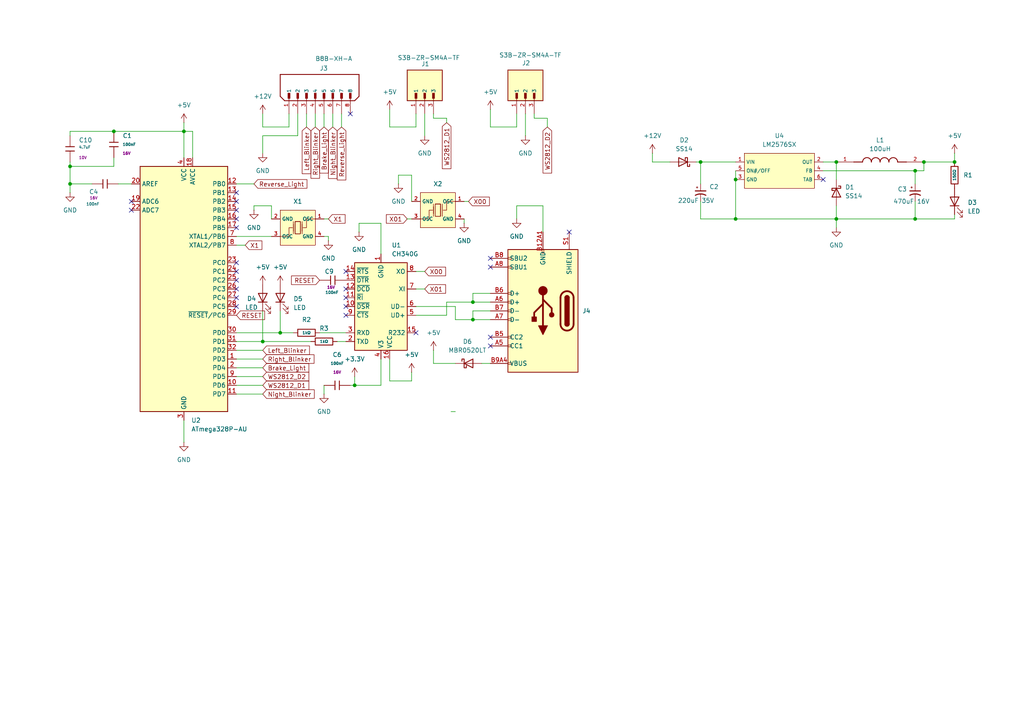
<source format=kicad_sch>
(kicad_sch (version 20250114) (generator "eeschema") (generator_version "9.0")
  (paper "A4")
  (lib_symbols
    (symbol "B82477G4472M000:B82477G4472M000" (pin_names (offset 1.016))
      (property "Reference" "L" (at -10.16 5.08 0))
      (property "Value" "B82477G4472M000" (at -10.16 -5.08 0))
      (symbol "B82477G4472M000_0_0"
        (pin passive line (at -12.7 0 0) (length 5.08) (name "~") (number "1"))
        (pin passive line (at 12.7 0 180) (length 5.08) (name "~") (number "2"))
      )
    )
    (symbol "CONN 8 B8B-XH-A:B8B-XH-A" (pin_names (offset 1.016))
      (property "Reference" "J" (at -2.54 13.97 0))
      (property "Value" "B8B-XH-A" (at -2.54 -12.7 0))
      (symbol "B8B-XH-A_0_0"
        (pin passive line (at -7.62 10.16 0) (length 5.08) (name "1") (number "1"))
        (pin passive line (at -7.62 7.62 0) (length 5.08) (name "2") (number "2"))
        (pin passive line (at -7.62 5.08 0) (length 5.08) (name "3") (number "3"))
        (pin passive line (at -7.62 2.54 0) (length 5.08) (name "4") (number "4"))
        (pin passive line (at -7.62 0 0) (length 5.08) (name "5") (number "5"))
        (pin passive line (at -7.62 -2.54 0) (length 5.08) (name "6") (number "6"))
        (pin passive line (at -7.62 -5.08 0) (length 5.08) (name "7") (number "7"))
        (pin passive line (at -7.62 -7.62 0) (length 5.08) (name "8") (number "8"))
      )
    )
    (symbol "Device:C_Polarized_Small_US" (pin_numbers (hide yes)) (pin_names (offset 0.254) (hide yes))
      (property "Reference" "C" (at 0.254 1.778 0))
      (property "Value" "C_Polarized_Small_US" (at 0.254 -2.032 0))
      (symbol "C_Polarized_Small_US_1_1"
        (pin passive line (at 0 2.54 270) (length 2.032) (name "~") (number "1"))
        (pin passive line (at 0 -2.54 90) (length 2.032) (name "~") (number "2"))
      )
    )
    (symbol "Device:LED" (pin_numbers (hide yes)) (pin_names (offset 1.016) (hide yes))
      (property "Reference" "D" (at 0 2.54 0))
      (property "Value" "LED" (at 0 -2.54 0))
      (symbol "LED_1_1"
        (pin passive line (at -3.81 0 0) (length 2.54) (name "K") (number "1"))
        (pin passive line (at 3.81 0 180) (length 2.54) (name "A") (number "2"))
      )
    )
    (symbol "Diode:MBR0520LT" (pin_numbers (hide yes)) (pin_names (offset 1.016) (hide yes))
      (property "Reference" "D" (at 0 2.54 0))
      (property "Value" "MBR0520LT" (at 0 -2.54 0))
      (symbol "MBR0520LT_1_1"
        (pin passive line (at -3.81 0 0) (length 2.54) (name "K") (number "1"))
        (pin passive line (at 3.81 0 180) (length 2.54) (name "A") (number "2"))
      )
    )
    (symbol "Diode:SS14" (pin_numbers (hide yes)) (pin_names (offset 1.016) (hide yes))
      (property "Reference" "D" (at 0 2.54 0))
      (property "Value" "SS14" (at 0 -2.54 0))
      (symbol "SS14_1_1"
        (pin passive line (at -3.81 0 0) (length 2.54) (name "K") (number "1"))
        (pin passive line (at 3.81 0 180) (length 2.54) (name "A") (number "2"))
      )
    )
    (symbol "PCM_JLCPCB-Capacitors:0402,100nF" (pin_numbers (hide yes)) (pin_names (offset 0))
      (property "Reference" "C" (at 2.032 1.668 0))
      (property "Value" "100nF" (at 2.032 -0.3782 0))
      (property "Voltage Rated" "16V" (at 2.032 -2.0462 0))
      (symbol "0402,100nF_1_1"
        (pin passive line (at 0 3.81 270) (length 3.175) (name "~") (number "1"))
        (pin passive line (at 0 -3.81 90) (length 3.175) (name "~") (number "2"))
      )
    )
    (symbol "PCM_JLCPCB-Capacitors:0402,4.7uF" (pin_numbers (hide yes)) (pin_names (offset 0))
      (property "Reference" "C" (at 2.032 1.668 0))
      (property "Value" "4.7uF" (at 2.032 -0.3782 0))
      (property "Voltage Rated" "10V" (at 2.032 -2.0462 0))
      (symbol "0402,4.7uF_1_1"
        (pin passive line (at 0 3.81 270) (length 3.175) (name "~") (number "1"))
        (pin passive line (at 0 -3.81 90) (length 3.175) (name "~") (number "2"))
      )
    )
    (symbol "PCM_JLCPCB-Crystals:Crystal, 16MHz, 9pF"
      (property "Reference" "X" (at 0 6.096 0))
      (symbol "Crystal, 16MHz, 9pF_0_1"
        (pin unspecified line (at -7.62 2.54 0) (length 2.54) (name "GND") (number "4"))
        (pin unspecified line (at 7.62 -2.54 180) (length 2.54) (name "GND") (number "2"))
      )
      (symbol "Crystal, 16MHz, 9pF_1_1"
        (pin unspecified line (at -7.62 -2.54 0) (length 2.54) (name "OSC") (number "1"))
        (pin unspecified line (at 7.62 2.54 180) (length 2.54) (name "OSC") (number "3"))
      )
    )
    (symbol "PCM_JLCPCB-Extended:Connector, USB-TYPE-C-16P"
      (property "Reference" "J" (at 2.54 2.54 0))
      (symbol "Connector, USB-TYPE-C-16P_1_1"
        (pin passive line (at -7.62 -22.86 90) (length 5.08) (name "SHIELD") (number "S1"))
        (pin passive line (at 0 -22.86 90) (length 5.08) (hide yes) (name "GND") (number "A12B1"))
        (pin passive line (at 0 -22.86 90) (length 5.08) (name "GND") (number "B12A1"))
        (pin passive line (at 15.24 15.24 180) (length 5.08) (hide yes) (name "VBUS") (number "A9B4"))
        (pin passive line (at 15.24 15.24 180) (length 5.08) (name "VBUS") (number "B9A4"))
        (pin bidirectional line (at 15.24 10.16 180) (length 5.08) (name "CC1") (number "A5"))
        (pin bidirectional line (at 15.24 7.62 180) (length 5.08) (name "CC2") (number "B5"))
        (pin bidirectional line (at 15.24 2.54 180) (length 5.08) (name "D-") (number "A7"))
        (pin bidirectional line (at 15.24 0 180) (length 5.08) (name "D-") (number "B7"))
        (pin bidirectional line (at 15.24 -2.54 180) (length 5.08) (name "D+") (number "A6"))
        (pin bidirectional line (at 15.24 -5.08 180) (length 5.08) (name "D+") (number "B6"))
        (pin bidirectional line (at 15.24 -12.7 180) (length 5.08) (name "SBU1") (number "A8"))
        (pin bidirectional line (at 15.24 -15.24 180) (length 5.08) (name "SBU2") (number "B8"))
      )
    )
    (symbol "PCM_JLCPCB-Extended:USB-Serial, CH340G"
      (property "Reference" "U" (at -5.08 13.97 0))
      (property "Value" "CH340G" (at 1.27 13.97 0))
      (symbol "USB-Serial, CH340G_1_1"
        (pin input line (at -10.16 7.62 0) (length 2.54) (name "R232") (number "15"))
        (pin bidirectional line (at -10.16 2.54 0) (length 2.54) (name "UD+") (number "5"))
        (pin bidirectional line (at -10.16 0 0) (length 2.54) (name "UD-") (number "6"))
        (pin input line (at -10.16 -5.08 0) (length 2.54) (name "XI") (number "7"))
        (pin output line (at -10.16 -10.16 0) (length 2.54) (name "XO") (number "8"))
        (pin power_in line (at -2.54 15.24 270) (length 2.54) (name "VCC") (number "16"))
        (pin power_out line (at 0 15.24 270) (length 2.54) (name "V3") (number "4"))
        (pin power_in line (at 0 -15.24 90) (length 2.54) (name "GND") (number "1"))
        (pin output line (at 10.16 10.16 180) (length 2.54) (name "TXD") (number "2"))
        (pin input line (at 10.16 7.62 180) (length 2.54) (name "RXD") (number "3"))
        (pin input line (at 10.16 2.54 180) (length 2.54) (name "~{CTS}") (number "9"))
        (pin input line (at 10.16 0 180) (length 2.54) (name "~{DSR}") (number "10"))
        (pin input line (at 10.16 -2.54 180) (length 2.54) (name "~{RI}") (number "11"))
        (pin input line (at 10.16 -5.08 180) (length 2.54) (name "~{DCD}") (number "12"))
        (pin output line (at 10.16 -7.62 180) (length 2.54) (name "~{DTR}") (number "13"))
        (pin output line (at 10.16 -10.16 180) (length 2.54) (name "~{RTS}") (number "14"))
      )
    )
    (symbol "PCM_JLCPCB-MCUs:ATmega328P-AU"
      (property "Reference" "U" (at -12.7 36.83 0))
      (property "Value" "ATmega328P-AU" (at 0 0 0))
      (symbol "ATmega328P-AU_1_1"
        (pin passive line (at -15.24 30.48 0) (length 2.54) (name "AREF") (number "20"))
        (pin input line (at -15.24 25.4 0) (length 2.54) (name "ADC6") (number "19"))
        (pin input line (at -15.24 22.86 0) (length 2.54) (name "ADC7") (number "22"))
        (pin power_in line (at 0 38.1 270) (length 2.54) (name "VCC") (number "4"))
        (pin passive line (at 0 38.1 270) (length 2.54) (hide yes) (name "VCC") (number "6"))
        (pin passive line (at 0 -38.1 90) (length 2.54) (hide yes) (name "GND") (number "21"))
        (pin power_in line (at 0 -38.1 90) (length 2.54) (name "GND") (number "3"))
        (pin passive line (at 0 -38.1 90) (length 2.54) (hide yes) (name "GND") (number "5"))
        (pin power_in line (at 2.54 38.1 270) (length 2.54) (name "AVCC") (number "18"))
        (pin bidirectional line (at 15.24 30.48 180) (length 2.54) (name "PB0") (number "12"))
        (pin bidirectional line (at 15.24 27.94 180) (length 2.54) (name "PB1") (number "13"))
        (pin bidirectional line (at 15.24 25.4 180) (length 2.54) (name "PB2") (number "14"))
        (pin bidirectional line (at 15.24 22.86 180) (length 2.54) (name "PB3") (number "15"))
        (pin bidirectional line (at 15.24 20.32 180) (length 2.54) (name "PB4") (number "16"))
        (pin bidirectional line (at 15.24 17.78 180) (length 2.54) (name "PB5") (number "17"))
        (pin bidirectional line (at 15.24 15.24 180) (length 2.54) (name "XTAL1/PB6") (number "7"))
        (pin bidirectional line (at 15.24 12.7 180) (length 2.54) (name "XTAL2/PB7") (number "8"))
        (pin bidirectional line (at 15.24 7.62 180) (length 2.54) (name "PC0") (number "23"))
        (pin bidirectional line (at 15.24 5.08 180) (length 2.54) (name "PC1") (number "24"))
        (pin bidirectional line (at 15.24 2.54 180) (length 2.54) (name "PC2") (number "25"))
        (pin bidirectional line (at 15.24 0 180) (length 2.54) (name "PC3") (number "26"))
        (pin bidirectional line (at 15.24 -2.54 180) (length 2.54) (name "PC4") (number "27"))
        (pin bidirectional line (at 15.24 -5.08 180) (length 2.54) (name "PC5") (number "28"))
        (pin bidirectional line (at 15.24 -7.62 180) (length 2.54) (name "~{RESET}/PC6") (number "29"))
        (pin bidirectional line (at 15.24 -12.7 180) (length 2.54) (name "PD0") (number "30"))
        (pin bidirectional line (at 15.24 -15.24 180) (length 2.54) (name "PD1") (number "31"))
        (pin bidirectional line (at 15.24 -17.78 180) (length 2.54) (name "PD2") (number "32"))
        (pin bidirectional line (at 15.24 -20.32 180) (length 2.54) (name "PD3") (number "1"))
        (pin bidirectional line (at 15.24 -22.86 180) (length 2.54) (name "PD4") (number "2"))
        (pin bidirectional line (at 15.24 -25.4 180) (length 2.54) (name "PD5") (number "9"))
        (pin bidirectional line (at 15.24 -27.94 180) (length 2.54) (name "PD6") (number "10"))
        (pin bidirectional line (at 15.24 -30.48 180) (length 2.54) (name "PD7") (number "11"))
      )
    )
    (symbol "PCM_JLCPCB-Power:DC-DC, Buck, 4-40VIN, 3A, 5VOUT, (1)"
      (property "Reference" "U" (at 0 1.27 0))
      (property "Value" "LM2576SX" (at 0 3.81 0))
      (symbol "DC-DC, Buck, 4-40VIN, 3A, 5VOUT, (1)_1_1"
        (pin power_in line (at -12.7 2.54 0) (length 2.56) (name "VIN") (number "1"))
        (pin unspecified line (at -12.7 0 0) (length 2.56) (name "ON#/OFF") (number "5"))
        (pin power_in line (at -12.7 -2.54 0) (length 2.56) (name "GND") (number "3"))
        (pin power_in line (at 12.7 2.54 180) (length 2.56) (name "OUT") (number "2"))
        (pin unspecified line (at 12.7 0 180) (length 2.56) (name "FB") (number "4"))
        (pin power_in line (at 12.7 -2.54 180) (length 2.56) (name "TAB") (number "6"))
      )
    )
    (symbol "PCM_JLCPCB-Resistors:0603,1kΩ" (pin_numbers (hide yes)) (pin_names (offset 0))
      (property "Reference" "R" (at 1.778 0 0))
      (property "Value" "1kΩ" (at 0 0 90))
      (symbol "0603,1kΩ_1_1"
        (pin passive line (at 0 3.81 270) (length 1.27) (name "~") (number "1"))
        (pin passive line (at 0 -3.81 90) (length 1.27) (name "~") (number "2"))
      )
    )
    (symbol "PCM_JLCPCB-Resistors:0805,150Ω" (pin_numbers (hide yes)) (pin_names (offset 0))
      (property "Reference" "R" (at 1.778 0 0))
      (property "Value" "150Ω" (at 0 0 90))
      (symbol "0805,150Ω_1_1"
        (pin passive line (at 0 3.81 270) (length 1.27) (name "~") (number "1"))
        (pin passive line (at 0 -3.81 90) (length 1.27) (name "~") (number "2"))
      )
    )
    (symbol "S3B-ZR-SM4A-TF:S3B-ZR-SM4A-TF" (pin_names (offset 1.016))
      (property "Reference" "J" (at -3.81 5.842 0))
      (property "Value" "S3B-ZR-SM4A-TF" (at -4.064 -7.62 0))
      (symbol "S3B-ZR-SM4A-TF_0_0"
        (pin passive line (at -7.62 2.54 0) (length 5.08) (name "1") (number "1"))
        (pin passive line (at -7.62 0 0) (length 5.08) (name "2") (number "2"))
        (pin passive line (at -7.62 -2.54 0) (length 5.08) (name "3") (number "3"))
      )
    )
    (symbol "power:+12V" (power) (pin_numbers (hide yes)) (pin_names (offset 0) (hide yes))
      (property "Value" "+12V" (at 0 3.556 0))
      (symbol "+12V_1_1"
        (pin power_in line (at 0 0 90) (length 0) (name "~") (number "1"))
      )
    )
    (symbol "power:+3.3V" (power) (pin_numbers (hide yes)) (pin_names (offset 0) (hide yes))
      (property "Value" "+3.3V" (at 0 3.556 0))
      (symbol "+3.3V_1_1"
        (pin power_in line (at 0 0 90) (length 0) (name "~") (number "1"))
      )
    )
    (symbol "power:+5V" (power) (pin_numbers (hide yes)) (pin_names (offset 0) (hide yes))
      (property "Value" "+5V" (at 0 3.556 0))
      (symbol "+5V_1_1"
        (pin power_in line (at 0 0 90) (length 0) (name "~") (number "1"))
      )
    )
    (symbol "power:GND" (power) (pin_numbers (hide yes)) (pin_names (offset 0) (hide yes))
      (property "Value" "GND" (at 0 -3.81 0))
      (symbol "GND_1_1"
        (pin power_in line (at 0 0 270) (length 0) (name "~") (number "1"))
      )
    )
  )
  (junction (at 213.36 52.07))
  (junction (at 81.28 96.52))
  (junction (at 265.43 63.5))
  (junction (at 203.2 46.99))
  (junction (at 276.86 46.99))
  (junction (at 76.2 99.06))
  (junction (at 102.87 111.76))
  (junction (at 265.43 49.53))
  (junction (at 267.97 46.99))
  (junction (at 242.57 63.5))
  (junction (at 213.36 63.5))
  (junction (at 20.32 48.26))
  (junction (at 137.16 92.71))
  (junction (at 33.02 38.1))
  (junction (at 137.16 87.63))
  (junction (at 242.57 46.99))
  (junction (at 20.32 53.34))
  (junction (at 53.34 38.1))
  (no_connect (at 68.58 55.88))
  (no_connect (at 238.76 52.07))
  (no_connect (at 38.1 60.96))
  (no_connect (at 120.65 96.52))
  (no_connect (at 101.6 33.02))
  (no_connect (at 100.33 83.82))
  (no_connect (at 100.33 88.9))
  (no_connect (at 68.58 86.36))
  (no_connect (at 68.58 83.82))
  (no_connect (at 165.1 67.31))
  (no_connect (at 142.24 77.47))
  (no_connect (at 68.58 88.9))
  (no_connect (at 142.24 100.33))
  (no_connect (at 142.24 74.93))
  (no_connect (at 38.1 58.42))
  (no_connect (at 68.58 78.74))
  (no_connect (at 100.33 86.36))
  (no_connect (at 68.58 60.96))
  (no_connect (at 68.58 66.04))
  (no_connect (at 68.58 58.42))
  (no_connect (at 68.58 63.5))
  (no_connect (at 68.58 81.28))
  (no_connect (at 100.33 91.44))
  (no_connect (at 68.58 76.2))
  (no_connect (at 142.24 97.79))
  (no_connect (at 100.33 78.74))
  (wire (pts (xy 119.38 50.8) (xy 115.57 50.8)))
  (wire (pts (xy 53.34 38.1) (xy 53.34 45.72)))
  (wire (pts (xy 68.58 114.3) (xy 76.2 114.3)))
  (wire (pts (xy 125.73 34.29) (xy 125.73 33.02)))
  (wire (pts (xy 81.28 90.17) (xy 81.28 96.52)))
  (wire (pts (xy 68.58 68.58) (xy 78.74 68.58)))
  (wire (pts (xy 96.52 33.02) (xy 96.52 36.83)))
  (wire (pts (xy 55.88 38.1) (xy 53.34 38.1)))
  (wire (pts (xy 93.98 111.76) (xy 93.98 114.3)))
  (wire (pts (xy 276.86 44.45) (xy 276.86 46.99)))
  (wire (pts (xy 81.28 96.52) (xy 85.09 96.52)))
  (wire (pts (xy 76.2 39.37) (xy 76.2 44.45)))
  (wire (pts (xy 68.58 104.14) (xy 76.2 104.14)))
  (wire (pts (xy 142.24 87.63) (xy 137.16 87.63)))
  (wire (pts (xy 134.62 63.5) (xy 134.62 64.77)))
  (wire (pts (xy 93.98 33.02) (xy 93.98 36.83)))
  (wire (pts (xy 137.16 90.17) (xy 137.16 92.71)))
  (wire (pts (xy 120.65 36.83) (xy 113.03 36.83)))
  (wire (pts (xy 119.38 110.49) (xy 119.38 107.95)))
  (wire (pts (xy 125.73 105.41) (xy 125.73 101.6)))
  (wire (pts (xy 137.16 92.71) (xy 142.24 92.71)))
  (wire (pts (xy 53.34 35.56) (xy 53.34 38.1)))
  (wire (pts (xy 78.74 63.5) (xy 78.74 59.69)))
  (wire (pts (xy 132.08 92.71) (xy 137.16 92.71)))
  (wire (pts (xy 157.48 59.69) (xy 149.86 59.69)))
  (wire (pts (xy 76.2 36.83) (xy 76.2 33.02)))
  (wire (pts (xy 134.62 58.42) (xy 135.89 58.42)))
  (wire (pts (xy 20.32 53.34) (xy 26.67 53.34)))
  (wire (pts (xy 97.79 99.06) (xy 100.33 99.06)))
  (wire (pts (xy 129.54 87.63) (xy 129.54 91.44)))
  (wire (pts (xy 158.75 36.83) (xy 158.75 34.29)))
  (wire (pts (xy 53.34 121.92) (xy 53.34 128.27)))
  (wire (pts (xy 132.08 119.38) (xy 130.81 119.38)))
  (wire (pts (xy 92.71 96.52) (xy 100.33 96.52)))
  (wire (pts (xy 93.98 68.58) (xy 95.25 68.58)))
  (wire (pts (xy 68.58 53.34) (xy 73.66 53.34)))
  (wire (pts (xy 91.44 33.02) (xy 91.44 36.83)))
  (wire (pts (xy 203.2 46.99) (xy 203.2 53.34)))
  (wire (pts (xy 104.14 64.77) (xy 104.14 67.31)))
  (wire (pts (xy 238.76 49.53) (xy 265.43 49.53)))
  (wire (pts (xy 149.86 59.69) (xy 149.86 63.5)))
  (wire (pts (xy 110.49 64.77) (xy 104.14 64.77)))
  (wire (pts (xy 242.57 63.5) (xy 242.57 66.04)))
  (wire (pts (xy 123.19 33.02) (xy 123.19 39.37)))
  (wire (pts (xy 20.32 38.1) (xy 33.02 38.1)))
  (wire (pts (xy 242.57 59.69) (xy 242.57 63.5)))
  (wire (pts (xy 34.29 53.34) (xy 38.1 53.34)))
  (wire (pts (xy 110.49 111.76) (xy 102.87 111.76)))
  (wire (pts (xy 102.87 109.22) (xy 102.87 111.76)))
  (wire (pts (xy 276.86 62.23) (xy 276.86 63.5)))
  (wire (pts (xy 213.36 63.5) (xy 203.2 63.5)))
  (wire (pts (xy 113.03 104.14) (xy 113.03 110.49)))
  (wire (pts (xy 137.16 85.09) (xy 137.16 87.63)))
  (wire (pts (xy 139.7 105.41) (xy 142.24 105.41)))
  (wire (pts (xy 142.24 85.09) (xy 137.16 85.09)))
  (wire (pts (xy 265.43 63.5) (xy 276.86 63.5)))
  (wire (pts (xy 78.74 59.69) (xy 73.66 59.69)))
  (wire (pts (xy 242.57 46.99) (xy 242.57 52.07)))
  (wire (pts (xy 265.43 58.42) (xy 265.43 63.5)))
  (wire (pts (xy 132.08 88.9) (xy 132.08 92.71)))
  (wire (pts (xy 20.32 53.34) (xy 20.32 55.88)))
  (wire (pts (xy 110.49 104.14) (xy 110.49 111.76)))
  (wire (pts (xy 113.03 36.83) (xy 113.03 31.75)))
  (wire (pts (xy 68.58 109.22) (xy 76.2 109.22)))
  (wire (pts (xy 242.57 63.5) (xy 213.36 63.5)))
  (wire (pts (xy 20.32 48.26) (xy 20.32 46.99)))
  (wire (pts (xy 149.86 36.83) (xy 142.24 36.83)))
  (wire (pts (xy 76.2 99.06) (xy 90.17 99.06)))
  (wire (pts (xy 129.54 91.44) (xy 120.65 91.44)))
  (wire (pts (xy 137.16 87.63) (xy 129.54 87.63)))
  (wire (pts (xy 68.58 106.68) (xy 76.2 106.68)))
  (wire (pts (xy 189.23 46.99) (xy 189.23 44.45)))
  (wire (pts (xy 203.2 46.99) (xy 213.36 46.99)))
  (wire (pts (xy 20.32 48.26) (xy 33.02 48.26)))
  (wire (pts (xy 115.57 50.8) (xy 115.57 53.34)))
  (wire (pts (xy 95.25 68.58) (xy 95.25 69.85)))
  (wire (pts (xy 20.32 39.37) (xy 20.32 38.1)))
  (wire (pts (xy 76.2 39.37) (xy 86.36 39.37)))
  (wire (pts (xy 83.82 33.02) (xy 83.82 36.83)))
  (wire (pts (xy 110.49 73.66) (xy 110.49 64.77)))
  (wire (pts (xy 20.32 48.26) (xy 20.32 53.34)))
  (wire (pts (xy 142.24 90.17) (xy 137.16 90.17)))
  (wire (pts (xy 213.36 52.07) (xy 213.36 63.5)))
  (wire (pts (xy 201.93 46.99) (xy 203.2 46.99)))
  (wire (pts (xy 113.03 110.49) (xy 119.38 110.49)))
  (wire (pts (xy 203.2 58.42) (xy 203.2 63.5)))
  (wire (pts (xy 267.97 46.99) (xy 276.86 46.99)))
  (wire (pts (xy 99.06 33.02) (xy 99.06 36.83)))
  (wire (pts (xy 267.97 46.99) (xy 267.97 49.53)))
  (wire (pts (xy 267.97 49.53) (xy 265.43 49.53)))
  (wire (pts (xy 213.36 49.53) (xy 213.36 52.07)))
  (wire (pts (xy 33.02 45.72) (xy 33.02 48.26)))
  (wire (pts (xy 83.82 36.83) (xy 76.2 36.83)))
  (wire (pts (xy 102.87 111.76) (xy 101.6 111.76)))
  (wire (pts (xy 129.54 34.29) (xy 125.73 34.29)))
  (wire (pts (xy 149.86 33.02) (xy 149.86 36.83)))
  (wire (pts (xy 142.24 36.83) (xy 142.24 31.75)))
  (wire (pts (xy 76.2 90.17) (xy 76.2 99.06)))
  (wire (pts (xy 68.58 71.12) (xy 71.12 71.12)))
  (wire (pts (xy 120.65 83.82) (xy 123.19 83.82)))
  (wire (pts (xy 194.31 46.99) (xy 189.23 46.99)))
  (wire (pts (xy 73.66 59.69) (xy 73.66 60.96)))
  (wire (pts (xy 86.36 39.37) (xy 86.36 33.02)))
  (wire (pts (xy 132.08 105.41) (xy 125.73 105.41)))
  (wire (pts (xy 93.98 63.5) (xy 95.25 63.5)))
  (wire (pts (xy 68.58 101.6) (xy 76.2 101.6)))
  (wire (pts (xy 157.48 67.31) (xy 157.48 59.69)))
  (wire (pts (xy 88.9 33.02) (xy 88.9 36.83)))
  (wire (pts (xy 33.02 38.1) (xy 53.34 38.1)))
  (wire (pts (xy 152.4 33.02) (xy 152.4 39.37)))
  (wire (pts (xy 120.65 33.02) (xy 120.65 36.83)))
  (wire (pts (xy 118.11 63.5) (xy 119.38 63.5)))
  (wire (pts (xy 158.75 34.29) (xy 154.94 34.29)))
  (wire (pts (xy 238.76 46.99) (xy 242.57 46.99)))
  (wire (pts (xy 120.65 78.74) (xy 123.19 78.74)))
  (wire (pts (xy 154.94 34.29) (xy 154.94 33.02)))
  (wire (pts (xy 55.88 45.72) (xy 55.88 38.1)))
  (wire (pts (xy 119.38 58.42) (xy 119.38 50.8)))
  (wire (pts (xy 242.57 63.5) (xy 265.43 63.5)))
  (wire (pts (xy 68.58 96.52) (xy 81.28 96.52)))
  (wire (pts (xy 68.58 99.06) (xy 76.2 99.06)))
  (wire (pts (xy 68.58 111.76) (xy 76.2 111.76)))
  (wire (pts (xy 265.43 49.53) (xy 265.43 53.34)))
  (wire (pts (xy 129.54 35.56) (xy 129.54 34.29)))
  (wire (pts (xy 120.65 88.9) (xy 132.08 88.9)))
  (global_label "Brake_Light" (shape input) (at 93.98 36.83 270) (property "Intersheetrefs" "${INTERSHEET_REFS}" (effects (hide yes))))
  (global_label "RESET" (shape input) (at 92.71 81.28 180) (property "Intersheetrefs" "${INTERSHEET_REFS}" (effects (hide yes))))
  (global_label "Left_Blinker" (shape input) (at 88.9 36.83 270) (property "Intersheetrefs" "${INTERSHEET_REFS}" (effects (hide yes))))
  (global_label "WS2812_D2" (shape input) (at 76.2 109.22 0) (property "Intersheetrefs" "${INTERSHEET_REFS}" (effects (hide yes))))
  (global_label "X1" (shape input) (at 71.12 71.12 0) (property "Intersheetrefs" "${INTERSHEET_REFS}" (effects (hide yes))))
  (global_label "Left_Blinker" (shape input) (at 76.2 101.6 0) (property "Intersheetrefs" "${INTERSHEET_REFS}" (effects (hide yes))))
  (global_label "X01" (shape input) (at 123.19 83.82 0) (property "Intersheetrefs" "${INTERSHEET_REFS}" (effects (hide yes))))
  (global_label "WS2812_D1" (shape input) (at 129.54 35.56 270) (property "Intersheetrefs" "${INTERSHEET_REFS}" (effects (hide yes))))
  (global_label "X00" (shape input) (at 135.89 58.42 0) (property "Intersheetrefs" "${INTERSHEET_REFS}" (effects (hide yes))))
  (global_label "Right_Blinker" (shape input) (at 76.2 104.14 0) (property "Intersheetrefs" "${INTERSHEET_REFS}" (effects (hide yes))))
  (global_label "WS2812_D1" (shape input) (at 76.2 111.76 0) (property "Intersheetrefs" "${INTERSHEET_REFS}" (effects (hide yes))))
  (global_label "Reverse_Light" (shape input) (at 73.66 53.34 0) (property "Intersheetrefs" "${INTERSHEET_REFS}" (effects (hide yes))))
  (global_label "Brake_Light" (shape input) (at 76.2 106.68 0) (property "Intersheetrefs" "${INTERSHEET_REFS}" (effects (hide yes))))
  (global_label "X01" (shape input) (at 118.11 63.5 180) (property "Intersheetrefs" "${INTERSHEET_REFS}" (effects (hide yes))))
  (global_label "X1" (shape input) (at 95.25 63.5 0) (property "Intersheetrefs" "${INTERSHEET_REFS}" (effects (hide yes))))
  (global_label "Right_Blinker" (shape input) (at 91.44 36.83 270) (property "Intersheetrefs" "${INTERSHEET_REFS}" (effects (hide yes))))
  (global_label "WS2812_D2" (shape input) (at 158.75 36.83 270) (property "Intersheetrefs" "${INTERSHEET_REFS}" (effects (hide yes))))
  (global_label "Night_Blinker" (shape input) (at 96.52 36.83 270) (property "Intersheetrefs" "${INTERSHEET_REFS}" (effects (hide yes))))
  (global_label "X00" (shape input) (at 123.19 78.74 0) (property "Intersheetrefs" "${INTERSHEET_REFS}" (effects (hide yes))))
  (global_label "Night_Blinker" (shape input) (at 76.2 114.3 0) (property "Intersheetrefs" "${INTERSHEET_REFS}" (effects (hide yes))))
  (global_label "RESET" (shape input) (at 68.58 91.44 0) (property "Intersheetrefs" "${INTERSHEET_REFS}" (effects (hide yes))))
  (global_label "Reverse_Light" (shape input) (at 99.06 36.83 270) (property "Intersheetrefs" "${INTERSHEET_REFS}" (effects (hide yes))))
  (symbol (lib_id "power:+5V") (at 142.24 31.75 0) (unit 1)
    (property "Reference" "#PWR04" (effects (hide yes)))
    (property "Value" "+5V" (at 142.24 26.67 0))
    (property "Description" "Power symbol creates a global label with name \"+5V\"" (effects (hide yes)))
  )
  (symbol (lib_id "PCM_JLCPCB-Resistors:0805,150Ω") (at 276.86 50.8 0) (unit 1)
    (property "Reference" "R1" (at 279.4 50.7999 0) (effects (justify left)))
    (property "Value" "150Ω" (at 276.86 50.8 90) (effects (font (size 0.8 0.8))))
    (property "Footprint" "PCM_JLCPCB:R_0805" (effects (hide yes)))
    (property "Datasheet" "https://www.lcsc.com/datasheet/lcsc_datasheet_2206010216_UNI-ROYAL-Uniroyal-Elec-0805W8F1500T5E_C17471.pdf" (effects (hide yes)))
    (property "Description" "125mW Thick Film Resistors 150V ±100ppm/°C ±1% 150Ω 0805 Chip Resistor - Surface Mount ROHS" (effects (hide yes)))
    (property "LCSC" "C17471" (effects (hide yes)))
    (property "Stock" "290540" (effects (hide yes)))
    (property "Price" "0.005USD" (effects (hide yes)))
    (property "Process" "SMT" (effects (hide yes)))
    (property "Minimum Qty" "20" (effects (hide yes)))
    (property "Attrition Qty" "10" (effects (hide yes)))
    (property "Class" "Basic Component" (effects (hide yes)))
    (property "Category" "Resistors,Chip Resistor - Surface Mount" (effects (hide yes)))
    (property "Manufacturer" "UNI-ROYAL(Uniroyal Elec)" (effects (hide yes)))
    (property "Part" "0805W8F1500T5E" (effects (hide yes)))
    (property "Resistance" "150Ω" (effects (hide yes)))
    (property "Power(Watts)" "125mW" (effects (hide yes)))
    (property "Type" "Thick Film Resistors" (effects (hide yes)))
    (property "Overload Voltage (Max)" "150V" (effects (hide yes)))
    (property "Operating Temperature Range" "-55°C~+155°C" (effects (hide yes)))
    (property "Tolerance" "±1%" (effects (hide yes)))
    (property "Temperature Coefficient" "±100ppm/°C" (effects (hide yes)))
  )
  (symbol (lib_id "PCM_JLCPCB-MCUs:ATmega328P-AU") (at 53.34 83.82 0) (unit 1)
    (property "Reference" "U2" (at 55.4833 121.92 0) (effects (justify left)))
    (property "Value" "ATmega328P-AU" (at 55.4833 124.46 0) (effects (justify left)))
    (property "Footprint" "PCM_JLCPCB:TQFP-32_7x7mm_P0.8mm" (effects (hide yes)))
    (property "Datasheet" "https://ww1.microchip.com/downloads/en/DeviceDoc/ATmega48A-PA-88A-PA-168A-PA-328-P-DS-DS40002061B.pdf" (effects (hide yes)))
    (property "Description" "8Bit, 20MHz, 32kB Flash, 2kB RAM, 1.8-5.5V" (effects (hide yes)))
    (property "LCSC" "C14877" (effects (hide yes)))
    (property "Price" "2.153USD" (effects (hide yes)))
    (property "Stock" "48553" (effects (hide yes)))
    (property "Process" "SMT" (effects (hide yes)))
    (property "Minimum Qty" "1" (effects (hide yes)))
    (property "Attrition Qty" "0" (effects (hide yes)))
    (property "Class" "Preferred Component" (effects (hide yes)))
    (property "Category" "Embedded Processors & Controllers,ATMEL & AVR" (effects (hide yes)))
    (property "Manufacturer" "Microchip Tech" (effects (hide yes)))
    (property "Part" "ATMEGA328P-AU" (effects (hide yes)))
    (property "Adc (Bit)" "10bit" (effects (hide yes)))
    (property "Watchdog" "Yes" (effects (hide yes)))
    (property "Program Storage Size" "32KB" (effects (hide yes)))
    (property "Cpu Maximum Speed" "20MHz" (effects (hide yes)))
    (property "Eeprom" "1KB" (effects (hide yes)))
    (property "Gpio Ports Number" "23" (effects (hide yes)))
    (property "Internal Oscillator" "Yes" (effects (hide yes)))
    (property "Operating Temperature Range" "-40°C~+85°C" (effects (hide yes)))
    (property "Ram Size" "2KB" (effects (hide yes)))
    (property "Low-Voltage Detect" "Yes" (effects (hide yes)))
    (property "Operating Voltage Range" "1.8V~5.5V" (effects (hide yes)))
    (property "Cpu Core" "AVR" (effects (hide yes)))
    (property "Peripheral/Function" "PWM;WDT" (effects (hide yes)))
    (property "Program Memory Type" "FLASH" (effects (hide yes)))
    (property "Low Voltage Detection Threshold" "1.8V~5.5V" (effects (hide yes)))
  )
  (symbol (lib_id "PCM_JLCPCB-Resistors:0603,1kΩ") (at 88.9 96.52 90) (unit 1)
    (property "Reference" "R2" (at 88.9 92.71 90))
    (property "Value" "1kΩ" (at 88.9 96.52 90) (effects (font (size 0.8 0.8))))
    (property "Footprint" "PCM_JLCPCB:R_0603" (effects (hide yes)))
    (property "Datasheet" "https://www.lcsc.com/datasheet/lcsc_datasheet_2206010130_UNI-ROYAL-Uniroyal-Elec-0603WAF1001T5E_C21190.pdf" (effects (hide yes)))
    (property "Description" "100mW Thick Film Resistors 75V ±100ppm/°C ±1% 1kΩ 0603 Chip Resistor - Surface Mount ROHS" (effects (hide yes)))
    (property "LCSC" "C21190" (effects (hide yes)))
    (property "Stock" "27538425" (effects (hide yes)))
    (property "Price" "0.004USD" (effects (hide yes)))
    (property "Process" "SMT" (effects (hide yes)))
    (property "Minimum Qty" "20" (effects (hide yes)))
    (property "Attrition Qty" "10" (effects (hide yes)))
    (property "Class" "Basic Component" (effects (hide yes)))
    (property "Category" "Resistors,Chip Resistor - Surface Mount" (effects (hide yes)))
    (property "Manufacturer" "UNI-ROYAL(Uniroyal Elec)" (effects (hide yes)))
    (property "Part" "0603WAF1001T5E" (effects (hide yes)))
    (property "Resistance" "1kΩ" (effects (hide yes)))
    (property "Power(Watts)" "100mW" (effects (hide yes)))
    (property "Type" "Thick Film Resistors" (effects (hide yes)))
    (property "Overload Voltage (Max)" "75V" (effects (hide yes)))
    (property "Operating Temperature Range" "-55°C~+155°C" (effects (hide yes)))
    (property "Tolerance" "±1%" (effects (hide yes)))
    (property "Temperature Coefficient" "±100ppm/°C" (effects (hide yes)))
  )
  (symbol (lib_id "power:GND") (at 242.57 66.04 0) (unit 1)
    (property "Reference" "#PWR026" (effects (hide yes)))
    (property "Value" "GND" (at 242.57 71.12 0))
    (property "Description" "Power symbol creates a global label with name \"GND\" , ground" (effects (hide yes)))
  )
  (symbol (lib_id "PCM_JLCPCB-Crystals:Crystal, 16MHz, 9pF") (at 86.36 66.04 180) (unit 1)
    (property "Reference" "X1" (at 86.36 58.42 0))
    (property "Value" "X322516MLB4SI" (effects (hide yes)))
    (property "Footprint" "PCM_JLCPCB:OSC-SMD_4P-L3.2-W2.5-BL" (effects (hide yes)))
    (property "Datasheet" "https://www.lcsc.com/datasheet/lcsc_datasheet_2403291504_YXC-Crystal-Oscillators-X322516MLB4SI_C13738.pdf" (effects (hide yes)))
    (property "Description" "16MHz Surface Mount Crystal 9pF ±10ppm ±20ppm SMD3225-4P Crystals ROHS" (effects (hide yes)))
    (property "LCSC" "C13738" (effects (hide yes)))
    (property "Stock" "162087" (effects (hide yes)))
    (property "Price" "0.068USD" (effects (hide yes)))
    (property "Process" "SMT" (effects (hide yes)))
    (property "Minimum Qty" "5" (effects (hide yes)))
    (property "Attrition Qty" "4" (effects (hide yes)))
    (property "Class" "Basic Component" (effects (hide yes)))
    (property "Category" "Crystals/Oscillators/Resonators,Crystals" (effects (hide yes)))
    (property "Manufacturer" "Yangxing Tech" (effects (hide yes)))
    (property "Part" "X322516MLB4SI" (effects (hide yes)))
    (property "Frequency" "16MHz" (effects (hide yes)))
    (property "Frequency Stability" "±20ppm" (effects (hide yes)))
    (property "Operating Temperature" "-40°C~+85°C" (effects (hide yes)))
    (property "Frequency Tolerance" "±10ppm" (effects (hide yes)))
    (property "Crystal Type" "SMD Crystal Resonator" (effects (hide yes)))
    (property "Load Capacitance" "9pF" (effects (hide yes)))
    (property "Normal Temperature Frequency Tolerance" "±10ppm" (effects (hide yes)))
    (property "Type" "Surface Mount Crystal" (effects (hide yes)))
  )
  (symbol (lib_id "PCM_JLCPCB-Capacitors:0402,100nF") (at 33.02 41.91 0) (unit 1)
    (property "Reference" "C1" (at 35.56 39.3699 0) (effects (justify left)))
    (property "Value" "100nF" (at 35.56 41.91 0) (effects (font (size 0.8 0.8)) (justify left)))
    (property "Footprint" "PCM_JLCPCB:C_0402" (effects (hide yes)))
    (property "Datasheet" "https://www.lcsc.com/datasheet/lcsc_datasheet_2304140030_Samsung-Electro-Mechanics-CL05B104KO5NNNC_C1525.pdf" (effects (hide yes)))
    (property "Description" "16V 100nF X7R ±10% 0402 Multilayer Ceramic Capacitors MLCC - SMD/SMT ROHS" (effects (hide yes)))
    (property "LCSC" "C1525" (effects (hide yes)))
    (property "Stock" "20208285" (effects (hide yes)))
    (property "Price" "0.004USD" (effects (hide yes)))
    (property "Process" "SMT" (effects (hide yes)))
    (property "Minimum Qty" "20" (effects (hide yes)))
    (property "Attrition Qty" "10" (effects (hide yes)))
    (property "Class" "Basic Component" (effects (hide yes)))
    (property "Category" "Capacitors,Multilayer Ceramic Capacitors MLCC - SMD/SMT" (effects (hide yes)))
    (property "Manufacturer" "Samsung Electro-Mechanics" (effects (hide yes)))
    (property "Part" "CL05B104KO5NNNC" (effects (hide yes)))
    (property "Voltage Rated" "16V" (at 35.56 44.45 0) (effects (font (size 0.8 0.8)) (justify left)))
    (property "Tolerance" "±10%" (effects (hide yes)))
    (property "Capacitance" "100nF" (effects (hide yes)))
    (property "Temperature Coefficient" "X7R" (effects (hide yes)))
  )
  (symbol (lib_id "Diode:SS14") (at 242.57 55.88 270) (unit 1)
    (property "Reference" "D1" (at 245.11 54.2924 90) (effects (justify left)))
    (property "Value" "SS14" (at 245.11 56.8324 90) (effects (justify left)))
    (property "Footprint" "Diode_SMD:D_SMA" (effects (hide yes)))
    (property "Datasheet" "https://www.vishay.com/docs/88746/ss12.pdf" (effects (hide yes)))
    (property "Description" "40V 1A Schottky Diode, SMA" (effects (hide yes)))
  )
  (symbol (lib_id "Diode:SS14") (at 198.12 46.99 180) (unit 1)
    (property "Reference" "D2" (at 198.4375 40.64 0))
    (property "Value" "SS14" (at 198.4375 43.18 0))
    (property "Footprint" "Diode_SMD:D_SMA" (effects (hide yes)))
    (property "Datasheet" "https://www.vishay.com/docs/88746/ss12.pdf" (effects (hide yes)))
    (property "Description" "40V 1A Schottky Diode, SMA" (effects (hide yes)))
  )
  (symbol (lib_id "Device:LED") (at 81.28 86.36 90) (unit 1)
    (property "Reference" "D5" (at 85.09 86.6774 90) (effects (justify right)))
    (property "Value" "LED" (at 85.09 89.2174 90) (effects (justify right)))
    (property "Footprint" "LED_SMD:LED_0603_1608Metric" (effects (hide yes)))
    (property "Description" "Light emitting diode" (effects (hide yes)))
    (property "Sim.Pins" "1=K 2=A" (effects (hide yes)))
  )
  (symbol (lib_id "power:+5V") (at 125.73 101.6 0) (unit 1)
    (property "Reference" "#PWR021" (effects (hide yes)))
    (property "Value" "+5V" (at 125.73 96.52 0))
    (property "Description" "Power symbol creates a global label with name \"+5V\"" (effects (hide yes)))
  )
  (symbol (lib_id "power:GND") (at 95.25 69.85 0) (unit 1)
    (property "Reference" "#PWR010" (effects (hide yes)))
    (property "Value" "GND" (at 95.25 74.93 0))
    (property "Description" "Power symbol creates a global label with name \"GND\" , ground" (effects (hide yes)))
  )
  (symbol (lib_id "power:+5V") (at 76.2 82.55 0) (unit 1)
    (property "Reference" "#PWR013" (effects (hide yes)))
    (property "Value" "+5V" (at 76.2 77.47 0))
    (property "Description" "Power symbol creates a global label with name \"+5V\"" (effects (hide yes)))
  )
  (symbol (lib_id "power:+5V") (at 113.03 31.75 0) (unit 1)
    (property "Reference" "#PWR03" (effects (hide yes)))
    (property "Value" "+5V" (at 113.03 26.67 0))
    (property "Description" "Power symbol creates a global label with name \"+5V\"" (effects (hide yes)))
  )
  (symbol (lib_id "PCM_JLCPCB-Resistors:0603,1kΩ") (at 93.98 99.06 90) (unit 1)
    (property "Reference" "R3" (at 93.98 95.25 90))
    (property "Value" "1kΩ" (at 93.98 99.06 90) (effects (font (size 0.8 0.8))))
    (property "Footprint" "PCM_JLCPCB:R_0603" (effects (hide yes)))
    (property "Datasheet" "https://www.lcsc.com/datasheet/lcsc_datasheet_2206010130_UNI-ROYAL-Uniroyal-Elec-0603WAF1001T5E_C21190.pdf" (effects (hide yes)))
    (property "Description" "100mW Thick Film Resistors 75V ±100ppm/°C ±1% 1kΩ 0603 Chip Resistor - Surface Mount ROHS" (effects (hide yes)))
    (property "LCSC" "C21190" (effects (hide yes)))
    (property "Stock" "27538425" (effects (hide yes)))
    (property "Price" "0.004USD" (effects (hide yes)))
    (property "Process" "SMT" (effects (hide yes)))
    (property "Minimum Qty" "20" (effects (hide yes)))
    (property "Attrition Qty" "10" (effects (hide yes)))
    (property "Class" "Basic Component" (effects (hide yes)))
    (property "Category" "Resistors,Chip Resistor - Surface Mount" (effects (hide yes)))
    (property "Manufacturer" "UNI-ROYAL(Uniroyal Elec)" (effects (hide yes)))
    (property "Part" "0603WAF1001T5E" (effects (hide yes)))
    (property "Resistance" "1kΩ" (effects (hide yes)))
    (property "Power(Watts)" "100mW" (effects (hide yes)))
    (property "Type" "Thick Film Resistors" (effects (hide yes)))
    (property "Overload Voltage (Max)" "75V" (effects (hide yes)))
    (property "Operating Temperature Range" "-55°C~+155°C" (effects (hide yes)))
    (property "Tolerance" "±1%" (effects (hide yes)))
    (property "Temperature Coefficient" "±100ppm/°C" (effects (hide yes)))
  )
  (symbol (lib_id "B82477G4472M000:B82477G4472M000") (at 255.27 46.99 0) (unit 1)
    (property "Reference" "L1" (at 255.27 40.64 0))
    (property "Value" "100uH" (at 255.27 43.18 0))
    (property "Footprint" "B82477G4472M000:IND_B82477G4472M000" (effects (hide yes)))
    (property "DigiKey_Part_Number" "495-1821-1-ND" (effects (hide yes)))
    (property "SnapEDA_Link" "https://www.snapeda.com/parts/B82477G4472M000/EPCOS/view-part/?ref=snap" (effects (hide yes)))
    (property "MAXIMUM_PACKAGE_HEIGHT" "8.0 mm" (effects (hide yes)))
    (property "Package" "NON STANDARD-2 EPCOS" (effects (hide yes)))
    (property "Check_prices" "https://www.snapeda.com/parts/B82477G4472M000/EPCOS/view-part/?ref=eda" (effects (hide yes)))
    (property "STANDARD" "Manufacturer Recommendations" (effects (hide yes)))
    (property "PARTREV" "2018-10" (effects (hide yes)))
    (property "MF" "EPCOS" (effects (hide yes)))
    (property "MP" "B82477G4472M000" (effects (hide yes)))
    (property "Description_1" "Inductors from EPCOS include SMT Inductors, SMT Power Inductors, Transponder Coils, ISDN Transformers, xDSL Transformers, DC/DC Converters, RF Transformers and SMT Current Sense Transformers." (effects (hide yes)))
    (property "MANUFACTURER" "TDK" (effects (hide yes)))
  )
  (symbol (lib_id "S3B-ZR-SM4A-TF:S3B-ZR-SM4A-TF") (at 152.4 25.4 90) (unit 1)
    (property "Reference" "J2" (at 151.384 18.288 90) (effects (justify right)))
    (property "Value" "S3B-ZR-SM4A-TF" (at 144.78 16.002 90) (effects (justify right)))
    (property "Footprint" "S3B-ZR-SM4A-TF:JST_S3B-ZR-SM4A-TF" (effects (hide yes)))
    (property "MF" "JST Sales" (effects (hide yes)))
    (property "MAXIMUM_PACKAGE_HEIGHT" "3.7 mm" (effects (hide yes)))
    (property "Package" "None" (effects (hide yes)))
    (property "Price" "None" (effects (hide yes)))
    (property "Check_prices" "https://www.snapeda.com/parts/S3B-ZR-SM4A-TF/JST/view-part/?ref=eda" (effects (hide yes)))
    (property "STANDARD" "Manufacturer Recommendations" (effects (hide yes)))
    (property "PARTREV" "NA" (effects (hide yes)))
    (property "SnapEDA_Link" "https://www.snapeda.com/parts/S3B-ZR-SM4A-TF/JST/view-part/?ref=snap" (effects (hide yes)))
    (property "MP" "S3B-ZR-SM4A-TF" (effects (hide yes)))
    (property "Purchase-URL" "https://www.snapeda.com/api/url_track_click_mouser/?unipart_id=622346&manufacturer=JST Sales&part_name=S3B-ZR-SM4A-TF&search_term=3pins jst" (effects (hide yes)))
    (property "Description_1" "Connector Header Surface Mount, Right Angle 3 position 0.059 (1.50mm)" (effects (hide yes)))
    (property "Availability" "In Stock" (effects (hide yes)))
    (property "MANUFACTURER" "JST Sales" (effects (hide yes)))
  )
  (symbol (lib_id "power:GND") (at 104.14 67.31 0) (unit 1)
    (property "Reference" "#PWR014" (effects (hide yes)))
    (property "Value" "GND" (at 104.14 72.39 0))
    (property "Description" "Power symbol creates a global label with name \"GND\" , ground" (effects (hide yes)))
  )
  (symbol (lib_id "S3B-ZR-SM4A-TF:S3B-ZR-SM4A-TF") (at 123.19 25.4 90) (unit 1)
    (property "Reference" "J1" (at 122.174 18.542 90) (effects (justify right)))
    (property "Value" "S3B-ZR-SM4A-TF" (at 115.316 16.764 90) (effects (justify right)))
    (property "Footprint" "S3B-ZR-SM4A-TF:JST_S3B-ZR-SM4A-TF" (effects (hide yes)))
    (property "MF" "JST Sales" (effects (hide yes)))
    (property "MAXIMUM_PACKAGE_HEIGHT" "3.7 mm" (effects (hide yes)))
    (property "Package" "None" (effects (hide yes)))
    (property "Price" "None" (effects (hide yes)))
    (property "Check_prices" "https://www.snapeda.com/parts/S3B-ZR-SM4A-TF/JST/view-part/?ref=eda" (effects (hide yes)))
    (property "STANDARD" "Manufacturer Recommendations" (effects (hide yes)))
    (property "PARTREV" "NA" (effects (hide yes)))
    (property "SnapEDA_Link" "https://www.snapeda.com/parts/S3B-ZR-SM4A-TF/JST/view-part/?ref=snap" (effects (hide yes)))
    (property "MP" "S3B-ZR-SM4A-TF" (effects (hide yes)))
    (property "Purchase-URL" "https://www.snapeda.com/api/url_track_click_mouser/?unipart_id=622346&manufacturer=JST Sales&part_name=S3B-ZR-SM4A-TF&search_term=3pins jst" (effects (hide yes)))
    (property "Description_1" "Connector Header Surface Mount, Right Angle 3 position 0.059 (1.50mm)" (effects (hide yes)))
    (property "Availability" "In Stock" (effects (hide yes)))
    (property "MANUFACTURER" "JST Sales" (effects (hide yes)))
  )
  (symbol (lib_id "power:+5V") (at 81.28 82.55 0) (unit 1)
    (property "Reference" "#PWR012" (effects (hide yes)))
    (property "Value" "+5V" (at 81.28 77.47 0))
    (property "Description" "Power symbol creates a global label with name \"+5V\"" (effects (hide yes)))
  )
  (symbol (lib_id "power:+12V") (at 76.2 33.02 0) (unit 1)
    (property "Reference" "#PWR08" (effects (hide yes)))
    (property "Value" "+12V" (at 76.2 27.94 0))
    (property "Description" "Power symbol creates a global label with name \"+12V\"" (effects (hide yes)))
  )
  (symbol (lib_id "power:GND") (at 149.86 63.5 0) (unit 1)
    (property "Reference" "#PWR019" (effects (hide yes)))
    (property "Value" "GND" (at 149.86 68.58 0))
    (property "Description" "Power symbol creates a global label with name \"GND\" , ground" (effects (hide yes)))
  )
  (symbol (lib_id "power:+3.3V") (at 102.87 109.22 0) (unit 1)
    (property "Reference" "#PWR016" (effects (hide yes)))
    (property "Value" "+3.3V" (at 102.87 104.14 0))
    (property "Description" "Power symbol creates a global label with name \"+3.3V\"" (effects (hide yes)))
  )
  (symbol (lib_id "power:+5V") (at 276.86 44.45 0) (unit 1)
    (property "Reference" "#PWR025" (effects (hide yes)))
    (property "Value" "+5V" (at 276.86 39.37 0))
    (property "Description" "Power symbol creates a global label with name \"+5V\"" (effects (hide yes)))
  )
  (symbol (lib_id "Device:C_Polarized_Small_US") (at 203.2 55.88 0) (unit 1)
    (property "Reference" "C2" (at 205.74 54.1781 0) (effects (justify left)))
    (property "Value" "220uF 35V" (at 196.596 58.166 0) (effects (justify left)))
    (property "Footprint" "Capacitor_SMD:CP_Elec_10x10" (effects (hide yes)))
    (property "Description" "Polarized capacitor, small US symbol" (effects (hide yes)))
  )
  (symbol (lib_id "power:GND") (at 134.62 64.77 0) (unit 1)
    (property "Reference" "#PWR023" (effects (hide yes)))
    (property "Value" "GND" (at 134.62 69.85 0))
    (property "Description" "Power symbol creates a global label with name \"GND\" , ground" (effects (hide yes)))
  )
  (symbol (lib_id "power:GND") (at 53.34 128.27 0) (unit 1)
    (property "Reference" "#PWR02" (effects (hide yes)))
    (property "Value" "GND" (at 53.34 133.35 0))
    (property "Description" "Power symbol creates a global label with name \"GND\" , ground" (effects (hide yes)))
  )
  (symbol (lib_id "CONN 8 B8B-XH-A:B8B-XH-A") (at 93.98 25.4 90) (unit 1)
    (property "Reference" "J3" (at 92.71 19.812 90) (effects (justify right)))
    (property "Value" "B8B-XH-A" (at 91.44 17.018 90) (effects (justify right)))
    (property "Footprint" "JST XH:CONN 8 JST_B8B-XH-A" (effects (hide yes)))
    (property "MF" "JST" (effects (hide yes)))
    (property "MAXIMUM_PACKAGE_HEIGHT" "7.00 mm" (effects (hide yes)))
    (property "Package" "None" (effects (hide yes)))
    (property "Price" "None" (effects (hide yes)))
    (property "Check_prices" "https://www.snapeda.com/parts/B8BXHA/JST/view-part/?ref=eda" (effects (hide yes)))
    (property "STANDARD" "Manufacturer Recommendations" (effects (hide yes)))
    (property "PARTREV" "7/4/21" (effects (hide yes)))
    (property "SnapEDA_Link" "https://www.snapeda.com/parts/B8BXHA/JST/view-part/?ref=snap" (effects (hide yes)))
    (property "MP" "B8BXHA" (effects (hide yes)))
    (property "Description_1" "Wire-board; socket; male; XH; 2.5mm; PIN: 8; THT; 250V; 3A; -25÷85°C" (effects (hide yes)))
    (property "Availability" "In Stock" (effects (hide yes)))
    (property "MANUFACTURER" "JST" (effects (hide yes)))
  )
  (symbol (lib_id "power:GND") (at 152.4 39.37 0) (unit 1)
    (property "Reference" "#PWR06" (effects (hide yes)))
    (property "Value" "GND" (at 152.4 44.45 0))
    (property "Description" "Power symbol creates a global label with name \"GND\" , ground" (effects (hide yes)))
  )
  (symbol (lib_id "PCM_JLCPCB-Capacitors:0402,4.7uF") (at 20.32 43.18 0) (unit 1)
    (property "Reference" "C10" (at 22.86 40.6399 0) (effects (justify left)))
    (property "Value" "4.7uF" (at 22.86 42.672 0) (effects (font (size 0.8 0.8)) (justify left)))
    (property "Footprint" "PCM_JLCPCB:C_0402" (effects (hide yes)))
    (property "Datasheet" "https://www.lcsc.com/datasheet/lcsc_datasheet_2304140030_Samsung-Electro-Mechanics-CL05A475MP5NRNC_C23733.pdf" (effects (hide yes)))
    (property "Description" "10V 4.7uF X5R ±20% 0402 Multilayer Ceramic Capacitors MLCC - SMD/SMT ROHS" (effects (hide yes)))
    (property "LCSC" "C23733" (effects (hide yes)))
    (property "Stock" "4366811" (effects (hide yes)))
    (property "Price" "0.008USD" (effects (hide yes)))
    (property "Process" "SMT" (effects (hide yes)))
    (property "Minimum Qty" "20" (effects (hide yes)))
    (property "Attrition Qty" "10" (effects (hide yes)))
    (property "Class" "Basic Component" (effects (hide yes)))
    (property "Category" "Capacitors,Multilayer Ceramic Capacitors MLCC - SMD/SMT" (effects (hide yes)))
    (property "Manufacturer" "Samsung Electro-Mechanics" (effects (hide yes)))
    (property "Part" "CL05A475MP5NRNC" (effects (hide yes)))
    (property "Voltage Rated" "10V" (at 22.86 45.72 0) (effects (font (size 0.8 0.8)) (justify left)))
    (property "Tolerance" "±20%" (effects (hide yes)))
    (property "Capacitance" "4.7uF" (effects (hide yes)))
    (property "Temperature Coefficient" "X5R" (effects (hide yes)))
  )
  (symbol (lib_id "PCM_JLCPCB-Capacitors:0402,100nF") (at 96.52 81.28 90) (unit 1)
    (property "Reference" "C9" (at 95.504 78.74 90))
    (property "Value" "100nF" (at 96.266 84.836 90) (effects (font (size 0.8 0.8))))
    (property "Footprint" "PCM_JLCPCB:C_0402" (effects (hide yes)))
    (property "Datasheet" "https://www.lcsc.com/datasheet/lcsc_datasheet_2304140030_Samsung-Electro-Mechanics-CL05B104KO5NNNC_C1525.pdf" (effects (hide yes)))
    (property "Description" "16V 100nF X7R ±10% 0402 Multilayer Ceramic Capacitors MLCC - SMD/SMT ROHS" (effects (hide yes)))
    (property "LCSC" "C1525" (effects (hide yes)))
    (property "Stock" "20208285" (effects (hide yes)))
    (property "Price" "0.004USD" (effects (hide yes)))
    (property "Process" "SMT" (effects (hide yes)))
    (property "Minimum Qty" "20" (effects (hide yes)))
    (property "Attrition Qty" "10" (effects (hide yes)))
    (property "Class" "Basic Component" (effects (hide yes)))
    (property "Category" "Capacitors,Multilayer Ceramic Capacitors MLCC - SMD/SMT" (effects (hide yes)))
    (property "Manufacturer" "Samsung Electro-Mechanics" (effects (hide yes)))
    (property "Part" "CL05B104KO5NNNC" (effects (hide yes)))
    (property "Voltage Rated" "16V" (at 96.012 83.312 90) (effects (font (size 0.8 0.8))))
    (property "Tolerance" "±10%" (effects (hide yes)))
    (property "Capacitance" "100nF" (effects (hide yes)))
    (property "Temperature Coefficient" "X7R" (effects (hide yes)))
  )
  (symbol (lib_id "power:+5V") (at 53.34 35.56 0) (unit 1)
    (property "Reference" "#PWR01" (effects (hide yes)))
    (property "Value" "+5V" (at 53.34 30.48 0))
    (property "Description" "Power symbol creates a global label with name \"+5V\"" (effects (hide yes)))
  )
  (symbol (lib_id "power:GND") (at 20.32 55.88 0) (unit 1)
    (property "Reference" "#PWR011" (effects (hide yes)))
    (property "Value" "GND" (at 20.32 60.96 0))
    (property "Description" "Power symbol creates a global label with name \"GND\" , ground" (effects (hide yes)))
  )
  (symbol (lib_id "PCM_JLCPCB-Crystals:Crystal, 16MHz, 9pF") (at 127 60.96 180) (unit 1)
    (property "Reference" "X2" (at 127 53.34 0))
    (property "Value" "X322516MLB4SI" (effects (hide yes)))
    (property "Footprint" "PCM_JLCPCB:OSC-SMD_4P-L3.2-W2.5-BL" (effects (hide yes)))
    (property "Datasheet" "https://www.lcsc.com/datasheet/lcsc_datasheet_2403291504_YXC-Crystal-Oscillators-X322516MLB4SI_C13738.pdf" (effects (hide yes)))
    (property "Description" "16MHz Surface Mount Crystal 9pF ±10ppm ±20ppm SMD3225-4P Crystals ROHS" (effects (hide yes)))
    (property "LCSC" "C13738" (effects (hide yes)))
    (property "Stock" "162087" (effects (hide yes)))
    (property "Price" "0.068USD" (effects (hide yes)))
    (property "Process" "SMT" (effects (hide yes)))
    (property "Minimum Qty" "5" (effects (hide yes)))
    (property "Attrition Qty" "4" (effects (hide yes)))
    (property "Class" "Basic Component" (effects (hide yes)))
    (property "Category" "Crystals/Oscillators/Resonators,Crystals" (effects (hide yes)))
    (property "Manufacturer" "Yangxing Tech" (effects (hide yes)))
    (property "Part" "X322516MLB4SI" (effects (hide yes)))
    (property "Frequency" "16MHz" (effects (hide yes)))
    (property "Frequency Stability" "±20ppm" (effects (hide yes)))
    (property "Operating Temperature" "-40°C~+85°C" (effects (hide yes)))
    (property "Frequency Tolerance" "±10ppm" (effects (hide yes)))
    (property "Crystal Type" "SMD Crystal Resonator" (effects (hide yes)))
    (property "Load Capacitance" "9pF" (effects (hide yes)))
    (property "Normal Temperature Frequency Tolerance" "±10ppm" (effects (hide yes)))
    (property "Type" "Surface Mount Crystal" (effects (hide yes)))
  )
  (symbol (lib_id "PCM_JLCPCB-Extended:Connector, USB-TYPE-C-16P") (at 157.48 90.17 180) (unit 1)
    (property "Reference" "J4" (at 168.91 90.1699 0) (effects (justify right)))
    (property "Value" "Connector, USB-TYPE-C-16P" (effects (hide yes)))
    (property "Footprint" "PCM_JLCPCB:TYPE-C-SMD_HX-TYPE-C-16PIN" (effects (hide yes)))
    (property "Datasheet" "https://atta.szlcsc.com/upload/public/pdf/source/20220920/0EF8F885FCCEA71F60E9E85152155021.pdf" (effects (hide yes)))
    (property "Description" "3A 1 Horizontal attachment 16P Female -25℃~+85℃ Type-C SMD USB Connectors ROHS" (effects (hide yes)))
    (property "LCSC" "C2927039" (effects (hide yes)))
  )
  (symbol (lib_id "Device:LED") (at 276.86 58.42 90) (unit 1)
    (property "Reference" "D3" (at 280.67 58.7374 90) (effects (justify right)))
    (property "Value" "LED" (at 280.67 61.2774 90) (effects (justify right)))
    (property "Footprint" "LED_SMD:LED_0603_1608Metric" (effects (hide yes)))
    (property "Description" "Light emitting diode" (effects (hide yes)))
    (property "Sim.Pins" "1=K 2=A" (effects (hide yes)))
  )
  (symbol (lib_id "PCM_JLCPCB-Capacitors:0402,100nF") (at 30.48 53.34 90) (unit 1)
    (property "Reference" "C4" (at 27.178 55.626 90))
    (property "Value" "100nF" (at 26.924 59.182 90) (effects (font (size 0.8 0.8))))
    (property "Footprint" "PCM_JLCPCB:C_0402" (effects (hide yes)))
    (property "Datasheet" "https://www.lcsc.com/datasheet/lcsc_datasheet_2304140030_Samsung-Electro-Mechanics-CL05B104KO5NNNC_C1525.pdf" (effects (hide yes)))
    (property "Description" "16V 100nF X7R ±10% 0402 Multilayer Ceramic Capacitors MLCC - SMD/SMT ROHS" (effects (hide yes)))
    (property "LCSC" "C1525" (effects (hide yes)))
    (property "Stock" "20208285" (effects (hide yes)))
    (property "Price" "0.004USD" (effects (hide yes)))
    (property "Process" "SMT" (effects (hide yes)))
    (property "Minimum Qty" "20" (effects (hide yes)))
    (property "Attrition Qty" "10" (effects (hide yes)))
    (property "Class" "Basic Component" (effects (hide yes)))
    (property "Category" "Capacitors,Multilayer Ceramic Capacitors MLCC - SMD/SMT" (effects (hide yes)))
    (property "Manufacturer" "Samsung Electro-Mechanics" (effects (hide yes)))
    (property "Part" "CL05B104KO5NNNC" (effects (hide yes)))
    (property "Voltage Rated" "16V" (at 27.178 57.404 90) (effects (font (size 0.8 0.8))))
    (property "Tolerance" "±10%" (effects (hide yes)))
    (property "Capacitance" "100nF" (effects (hide yes)))
    (property "Temperature Coefficient" "X7R" (effects (hide yes)))
  )
  (symbol (lib_id "PCM_JLCPCB-Capacitors:0402,100nF") (at 97.79 111.76 90) (unit 1)
    (property "Reference" "C6" (at 97.79 102.87 90))
    (property "Value" "100nF" (at 97.79 105.41 90) (effects (font (size 0.8 0.8))))
    (property "Footprint" "PCM_JLCPCB:C_0402" (effects (hide yes)))
    (property "Datasheet" "https://www.lcsc.com/datasheet/lcsc_datasheet_2304140030_Samsung-Electro-Mechanics-CL05B104KO5NNNC_C1525.pdf" (effects (hide yes)))
    (property "Description" "16V 100nF X7R ±10% 0402 Multilayer Ceramic Capacitors MLCC - SMD/SMT ROHS" (effects (hide yes)))
    (property "LCSC" "C1525" (effects (hide yes)))
    (property "Stock" "20208285" (effects (hide yes)))
    (property "Price" "0.004USD" (effects (hide yes)))
    (property "Process" "SMT" (effects (hide yes)))
    (property "Minimum Qty" "20" (effects (hide yes)))
    (property "Attrition Qty" "10" (effects (hide yes)))
    (property "Class" "Basic Component" (effects (hide yes)))
    (property "Category" "Capacitors,Multilayer Ceramic Capacitors MLCC - SMD/SMT" (effects (hide yes)))
    (property "Manufacturer" "Samsung Electro-Mechanics" (effects (hide yes)))
    (property "Part" "CL05B104KO5NNNC" (effects (hide yes)))
    (property "Voltage Rated" "16V" (at 97.79 107.95 90) (effects (font (size 0.8 0.8))))
    (property "Tolerance" "±10%" (effects (hide yes)))
    (property "Capacitance" "100nF" (effects (hide yes)))
    (property "Temperature Coefficient" "X7R" (effects (hide yes)))
  )
  (symbol (lib_id "power:+5V") (at 119.38 107.95 0) (unit 1)
    (property "Reference" "#PWR015" (effects (hide yes)))
    (property "Value" "+5V" (at 119.38 102.87 0))
    (property "Description" "Power symbol creates a global label with name \"+5V\"" (effects (hide yes)))
  )
  (symbol (lib_id "Diode:MBR0520LT") (at 135.89 105.41 0) (unit 1)
    (property "Reference" "D6" (at 135.5725 99.06 0))
    (property "Value" "MBR0520LT" (at 135.5725 101.6 0))
    (property "Footprint" "Diode_SMD:D_SOD-123" (effects (hide yes)))
    (property "Datasheet" "http://www.onsemi.com/pub_link/Collateral/MBR0520LT1-D.PDF" (effects (hide yes)))
    (property "Description" "20V 0.5A Schottky Power Rectifier Diode, SOD-123" (effects (hide yes)))
  )
  (symbol (lib_id "power:+12V") (at 189.23 44.45 0) (unit 1)
    (property "Reference" "#PWR027" (effects (hide yes)))
    (property "Value" "+12V" (at 189.23 39.37 0))
    (property "Description" "Power symbol creates a global label with name \"+12V\"" (effects (hide yes)))
  )
  (symbol (lib_id "power:GND") (at 93.98 114.3 0) (unit 1)
    (property "Reference" "#PWR017" (effects (hide yes)))
    (property "Value" "GND" (at 93.98 119.38 0))
    (property "Description" "Power symbol creates a global label with name \"GND\" , ground" (effects (hide yes)))
  )
  (symbol (lib_id "power:GND") (at 123.19 39.37 0) (unit 1)
    (property "Reference" "#PWR05" (effects (hide yes)))
    (property "Value" "GND" (at 123.19 44.45 0))
    (property "Description" "Power symbol creates a global label with name \"GND\" , ground" (effects (hide yes)))
  )
  (symbol (lib_id "power:GND") (at 76.2 44.45 0) (unit 1)
    (property "Reference" "#PWR07" (effects (hide yes)))
    (property "Value" "GND" (at 76.2 49.53 0))
    (property "Description" "Power symbol creates a global label with name \"GND\" , ground" (effects (hide yes)))
  )
  (symbol (lib_id "Device:LED") (at 76.2 86.36 90) (unit 1)
    (property "Reference" "D4" (at 71.628 86.614 90) (effects (justify right)))
    (property "Value" "LED" (at 71.12 89.154 90) (effects (justify right)))
    (property "Footprint" "LED_SMD:LED_0603_1608Metric" (effects (hide yes)))
    (property "Description" "Light emitting diode" (effects (hide yes)))
    (property "Sim.Pins" "1=K 2=A" (effects (hide yes)))
  )
  (symbol (lib_id "Device:C_Polarized_Small_US") (at 265.43 55.88 0) (unit 1)
    (property "Reference" "C3" (at 260.35 54.864 0) (effects (justify left)))
    (property "Value" "470uF 16V" (at 259.08 58.42 0) (effects (justify left)))
    (property "Footprint" "Capacitor_SMD:CP_Elec_10x10" (effects (hide yes)))
    (property "Description" "Polarized capacitor, small US symbol" (effects (hide yes)))
  )
  (symbol (lib_id "PCM_JLCPCB-Power:DC-DC, Buck, 4-40VIN, 3A, 5VOUT, (1)") (at 226.06 49.53 0) (unit 1)
    (property "Reference" "U4" (at 226.06 39.37 0))
    (property "Value" "LM2576SX" (at 226.06 41.91 0))
    (property "Footprint" "PCM_JLCPCB:PG-TO-263-5_L10.2-W8.7-P1.70-LS14.4-BR" (effects (hide yes)))
    (property "Datasheet" "https://www.lcsc.com/datasheet/lcsc_datasheet_1806140314_Texas-Instruments-LM2576SX-5-0-NOPB_C34465.pdf" (effects (hide yes)))
    (property "Description" "Step-down type Fixed 5V 4V~40V 3A TO-263-5 DC-DC Converters ROHS" (effects (hide yes)))
    (property "LCSC" "C34465" (effects (hide yes)))
    (property "Stock" "3890" (effects (hide yes)))
    (property "Price" "1.203USD" (effects (hide yes)))
    (property "Process" "SMT" (effects (hide yes)))
    (property "Minimum Qty" "1" (effects (hide yes)))
    (property "Attrition Qty" "0" (effects (hide yes)))
    (property "Class" "Preferred Component" (effects (hide yes)))
    (property "Category" "Power Management ICs,DC-DC Converters" (effects (hide yes)))
    (property "Manufacturer" "Texas Instruments" (effects (hide yes)))
    (property "Part" "LM2576SX-5.0/NOPB" (effects (hide yes)))
    (property "Number Of Outputs" "1" (effects (hide yes)))
    (property "Output Current (Max)" "3A" (effects (hide yes)))
    (property "Output Voltage" "5V" (effects (hide yes)))
    (property "Topology" "Step-down" (effects (hide yes)))
    (property "Synchronous Rectification" "No" (effects (hide yes)))
    (property "Switching Frequency" "52kHz" (effects (hide yes)))
    (property "Input Voltage" "40V" (effects (hide yes)))
    (property "Output Type" "Fixed" (effects (hide yes)))
    (property "Operating Temperature" "-40°C~+125°C" (effects (hide yes)))
    (property "Function" "Step-down type" (effects (hide yes)))
    (property "Switch Tube (Built-In/External)" "Built-in" (effects (hide yes)))
    (property "Quiescent Current (Iq)" "50uA" (effects (hide yes)))
    (property "Output Current" "3A" (effects (hide yes)))
  )
  (symbol (lib_id "power:GND") (at 73.66 60.96 0) (unit 1)
    (property "Reference" "#PWR09" (effects (hide yes)))
    (property "Value" "GND" (at 73.66 66.04 0))
    (property "Description" "Power symbol creates a global label with name \"GND\" , ground" (effects (hide yes)))
  )
  (symbol (lib_id "power:GND") (at 115.57 53.34 0) (unit 1)
    (property "Reference" "#PWR024" (effects (hide yes)))
    (property "Value" "GND" (at 115.57 58.42 0))
    (property "Description" "Power symbol creates a global label with name \"GND\" , ground" (effects (hide yes)))
  )
  (symbol (lib_id "PCM_JLCPCB-Extended:USB-Serial, CH340G") (at 110.49 88.9 180) (unit 1)
    (property "Reference" "U1" (at 113.6081 71.12 0) (effects (justify right)))
    (property "Value" "CH340G" (at 113.6081 73.66 0) (effects (justify right)))
    (property "Footprint" "PCM_JLCPCB:SOIC-16_3.9x9.9mm_P1.27mm" (effects (hide yes)))
    (property "Datasheet" "https://www.lcsc.com/datasheet/lcsc_datasheet_2403131141_WCH-Jiangsu-Qin-Heng-CH340G_C14267.pdf" (effects (hide yes)))
    (property "Description" "USB serial converter, UART, SOIC-16" (effects (hide yes)))
    (property "LCSC" "C14267" (effects (hide yes)))
  )
)
</source>
